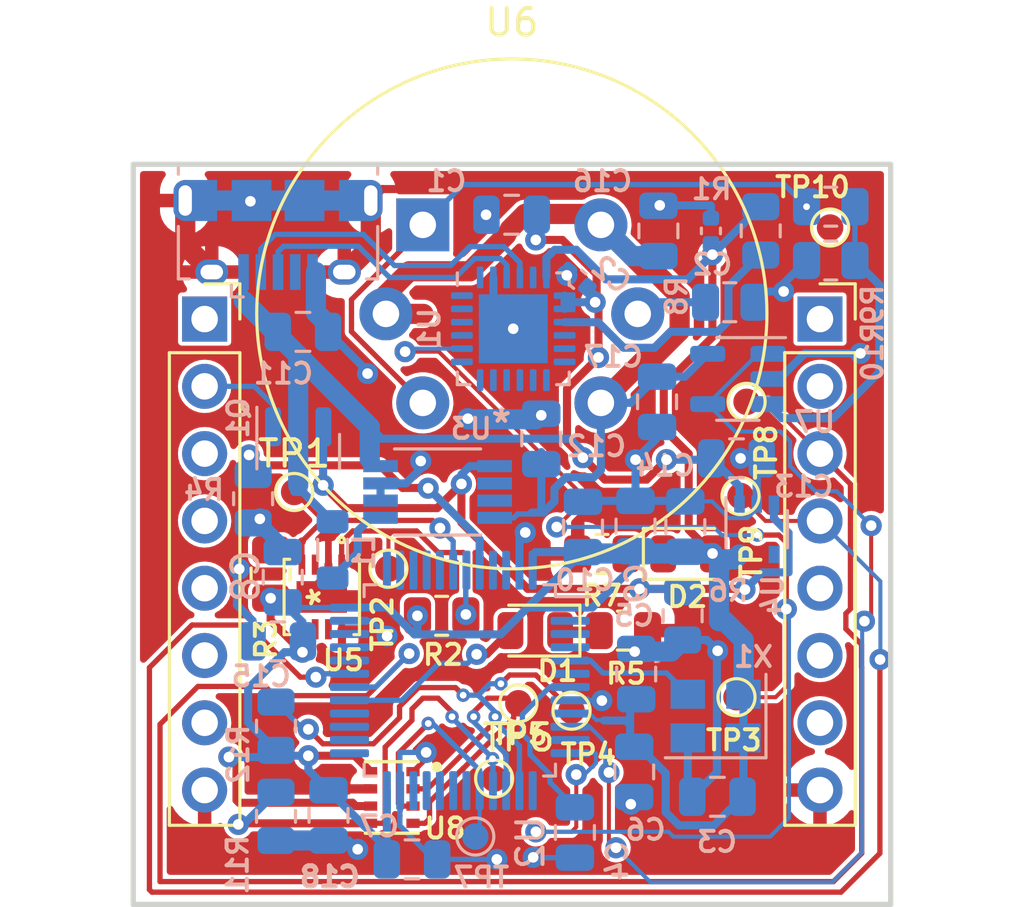
<source format=kicad_pcb>
(kicad_pcb (version 20211014) (generator pcbnew)
  (layers (0 "F.Cu" signal) (31 "B.Cu" signal) (34 "B.Paste" user) (35 "F.Paste" user) (36 "B.SilkS" user "B.Silkscreen") (37 "F.SilkS" user "F.Silkscreen") (38 "B.Mask" user) (39 "F.Mask" user) (44 "Edge.Cuts" user))
  (net 0 "")
  (net 1 "VBUS")
  (net 2 "GND")
  (net 3 "+3V3")
  (net 4 "Net-(C4-Pad1)")
  (net 5 "+5V")
  (net 6 "Net-(D1-Pad1)")
  (net 7 "Net-(D1-Pad2)")
  (net 8 "/RST")
  (net 9 "/INT")
  (net 10 "/Power_sheet/D-")
  (net 11 "/Power_sheet/D+")
  (net 13 "Net-(L1-Pad1)")
  (net 14 "Net-(R1-Pad2)")
  (net 15 "/SDA")
  (net 16 "/SCL")
  (net 17 "Net-(R4-Pad1)")
  (net 18 "/SPI1_MISO")
  (net 19 "/SPI1_NSS")
  (net 20 "/ADC1_IN0")
  (net 33 "/USART2_TX")
  (net 40 "Net-(U2-Pad5)")
  (net 43 "/SPI1_SCK")
  (net 44 "/SPI1_MOSI")
  (net 54 "/USART1_TX")
  (net 55 "/USART1_RX")
  (net 58 "/SWDIO")
  (net 59 "/SWCLK")
  (net 71 "Net-(Q1-Pad2)")
  (net 72 "Net-(R9-Pad1)")
  (net 73 "Net-(R10-Pad1)")
  (net 75 "Net-(D2-Pad1)")
  (net 76 "Net-(R8-Pad1)")
  (net 87 "unconnected-(U1-Pad21)")
  (net 88 "unconnected-(U2-Pad13)")
  (footprint "TestPoint:TestPoint_Pad_D1.0mm" (layer "F.Cu") (at 150.1648 79.1972)
    (fp_text reference "TP9")
    (fp_text value "TestPoint")
  )
  (footprint "TestPoint:TestPoint_Pad_D1.0mm" (layer "F.Cu") (at 140.8684 89.8652)
    (fp_text reference "TP6")
    (fp_text value "TestPoint")
  )
  (footprint "TestPoint:TestPoint_Pad_D1.0mm" (layer "F.Cu") (at 150.3934 75.6412)
    (fp_text reference "TP8")
    (fp_text value "TestPoint")
  )
  (footprint "LED_SMD:LED_0805_2012Metric" (layer "F.Cu") (at 148.1836 81.3816)
    (fp_text reference "D2")
    (fp_text value "LED_RED")
  )
  (footprint "Connector_PinSocket_2.54mm:PinSocket_1x08_P2.54mm_Vertical" (layer "F.Cu") (at 129.946 72.517)
    (fp_text reference "J1" hide)
    (fp_text value "Conn_01x08_Female")
  )
  (footprint "TestPoint:TestPoint_Pad_D1.0mm" (layer "F.Cu") (at 136.8806 81.9404)
    (fp_text reference "TP2")
    (fp_text value "TestPoint")
  )
  (footprint "BMP280:XDCR_BMP280" (layer "F.Cu") (at 137.0076 90.5764)
    (fp_text reference "U8")
    (fp_text value "BMP280")
  )
  (footprint "TestPoint:TestPoint_Pad_D1.0mm" (layer "F.Cu") (at 133.3246 79.0448)
    (fp_text reference "TP1")
    (fp_text value "TestPoint")
  )
  (footprint "Resistor_SMD:R_0805_2012Metric" (layer "F.Cu") (at 144.9343 81.3816 180)
    (fp_text reference "R7")
    (fp_text value "1k")
  )
  (footprint "STS30-DIS:STS30-DIS" (layer "F.Cu") (at 134.366 83.0072 -90)
    (fp_text reference "U5")
    (fp_text value "STS30-DIS" hide)
  )
  (footprint "Resistor_SMD:R_0805_2012Metric" (layer "F.Cu") (at 138.8891 83.7184)
    (fp_text reference "R2")
    (fp_text value "10k")
  )
  (footprint "Resistor_SMD:R_0805_2012Metric" (layer "F.Cu") (at 145.7452 84.2772)
    (fp_text reference "R5")
    (fp_text value "1k")
  )
  (footprint "TestPoint:TestPoint_Pad_D1.0mm" (layer "F.Cu") (at 143.7894 87.2998)
    (fp_text reference "TP4")
    (fp_text value "TestPoint")
  )
  (footprint "Connector_PinSocket_2.54mm:PinSocket_1x08_P2.54mm_Vertical" (layer "F.Cu") (at 153.162 72.517)
    (fp_text reference "J2" hide)
    (fp_text value "Conn_01x08_Female")
  )
  (footprint "TestPoint:TestPoint_Pad_D1.0mm" (layer "F.Cu") (at 153.543 69.0626)
    (fp_text reference "TP10")
    (fp_text value "TestPoint" hide)
  )
  (footprint "TestPoint:TestPoint_Pad_D1.0mm" (layer "F.Cu") (at 141.7828 87.0204)
    (fp_text reference "TP5")
    (fp_text value "TestPoint")
  )
  (footprint "Resistor_SMD:R_0805_2012Metric" (layer "F.Cu") (at 132.4356 82.1417 90)
    (fp_text reference "R3")
    (fp_text value "10k")
  )
  (footprint "Sensor:MQ-6" (layer "F.Cu") (at 138.176 68.961)
    (fp_text reference "U6")
    (fp_text value "MQ-6")
  )
  (footprint "LED_SMD:LED_0805_2012Metric" (layer "F.Cu") (at 142.4201 84.2772 180)
    (fp_text reference "D1")
    (fp_text value "LED_GREEN")
  )
  (footprint "TestPoint:TestPoint_Pad_D1.0mm" (layer "F.Cu") (at 150.0124 86.7918)
    (fp_text reference "TP3")
    (fp_text value "TestPoint")
  )
  (footprint "Capacitor_SMD:C_0805_2012Metric" (layer "B.Cu") (at 142.6464 77.0408 90)
    (fp_text reference "C12")
    (fp_text value "10u")
  )
  (footprint "Capacitor_SMD:C_0805_2012Metric" (layer "B.Cu") (at 137.7696 92.9132)
    (fp_text reference "C7")
    (fp_text value "100n")
  )
  (footprint "Package_TO_SOT_SMD:SOT-353_SC-70-5" (layer "B.Cu") (at 150.7744 80.452 -90)
    (fp_text reference "U4")
    (fp_text value "MIC5366-3.3YC5")
  )
  (footprint "Capacitor_SMD:C_0402_1005Metric" (layer "B.Cu") (at 144.018 71.014662 140)
    (fp_text reference "C2")
    (fp_text value "0.1u")
  )
  (footprint "Capacitor_SMD:C_0805_2012Metric" (layer "B.Cu") (at 144.2212 80.3656 90)
    (fp_text reference "C10")
    (fp_text value "4.7u")
  )
  (footprint "Resistor_SMD:R_0805_2012Metric" (layer "B.Cu") (at 153.5684 68.2752)
    (fp_text reference "R9")
    (fp_text value "2k")
  )
  (footprint "Capacitor_SMD:C_0805_2012Metric" (layer "B.Cu") (at 150.0124 77.7748)
    (fp_text reference "C13")
    (fp_text value "1u")
  )
  (footprint "Capacitor_SMD:C_0805_2012Metric" (layer "B.Cu") (at 146.1516 89.6112 -90)
    (fp_text reference "C6")
    (fp_text value "10n")
  )
  (footprint "Package_DFN_QFN:QFN-24-1EP_4x4mm_P0.5mm_EP2.6x2.6mm" (layer "B.Cu") (at 141.59 72.883 -90)
    (fp_text reference "U1")
    (fp_text value "~")
  )
  (footprint "Oscillator:Oscillator_SMD_Abracon_ASE-4Pin_3.2x2.5mm" (layer "B.Cu") (at 149.225 87.503 180)
    (fp_text reference "X1")
    (fp_text value "ASE-8MHz")
  )
  (footprint "Resistor_SMD:R_0805_2012Metric" (layer "B.Cu") (at 132.6388 91.2876 -90)
    (fp_text reference "R11")
    (fp_text value "10k")
  )
  (footprint "Resistor_SMD:R_0805_2012Metric" (layer "B.Cu") (at 132.6388 87.8859 90)
    (fp_text reference "R12")
    (fp_text value "10k")
  )
  (footprint "TestPoint:TestPoint_Pad_D1.0mm" (layer "B.Cu") (at 140.1572 92.0496 180)
    (fp_text reference "TP7")
    (fp_text value "TestPoint")
  )
  (footprint "Package_QFP:LQFP-48_7x7mm_P0.5mm" (layer "B.Cu") (at 139.573 86.1568 180)
    (fp_text reference "U2")
    (fp_text value "STM32F103C8Tx")
  )
  (footprint "Capacitor_SMD:C_0805_2012Metric" (layer "B.Cu") (at 134.62 91.252 -90)
    (fp_text reference "C18")
    (fp_text value "100n")
  )
  (footprint "Resistor_SMD:R_0805_2012Metric" (layer "B.Cu") (at 147.9804 83.7184 -90)
    (fp_text reference "R6")
    (fp_text value "10k")
  )
  (footprint "Capacitor_SMD:C_0402_1005Metric" (layer "B.Cu") (at 149.0472 69.1896 -90)
    (fp_text reference "C2")
    (fp_text value "0.1u")
  )
  (footprint "Capacitor_SMD:C_0805_2012Metric" (layer "B.Cu") (at 132.8928 82.2604 90)
    (fp_text reference "C8")
    (fp_text value "100n")
  )
  (footprint "Capacitor_SMD:C_0805_2012Metric" (layer "B.Cu") (at 143.9164 91.8972 -90)
    (fp_text reference "C4")
    (fp_text value "0.1u")
  )
  (footprint "Capacitor_SMD:C_0805_2012Metric" (layer "B.Cu") (at 149.291 90.551 180)
    (fp_text reference "C3")
    (fp_text value "18p")
  )
  (footprint "Capacitor_SMD:C_0805_2012Metric" (layer "B.Cu") (at 147.0152 75.6412 -90)
    (fp_text reference "C17")
    (fp_text value "100n")
  )
  (footprint "Resistor_SMD:R_0805_2012Metric" (layer "B.Cu") (at 153.5684 70.3072 180)
    (fp_text reference "R10")
    (fp_text value "3k")
  )
  (footprint "Capacitor_SMD:C_0805_2012Metric" (layer "B.Cu") (at 146.2278 85.918 90)
    (fp_text reference "C5")
    (fp_text value "1u")
  )
  (footprint "Capacitor_SMD:C_0805_2012Metric" (layer "B.Cu") (at 132.7048 84.6836 180)
    (fp_text reference "C15")
    (fp_text value "100n")
  )
  (footprint "Inductor_SMD:L_0805_2012Metric" (layer "B.Cu") (at 134.7724 81.2292 90)
    (fp_text reference "L1")
    (fp_text value "4.7u")
  )
  (footprint "Resistor_SMD:R_0805_2012Metric" (layer "B.Cu") (at 149.7584 71.882)
    (fp_text reference "R8")
    (fp_text value "10k")
  )
  (footprint "Capacitor_SMD:C_0805_2012Metric" (layer "B.Cu") (at 146.2024 80.33 90)
    (fp_text reference "C9")
    (fp_text value "100n")
  )
  (footprint "Connector_USB:USB_Micro-B_Amphenol_10118194_Horizontal" (layer "B.Cu") (at 132.715 69.342)
    (fp_text reference "J3" hide)
    (fp_text value "USB_B_Micro")
  )
  (footprint "Resistor_SMD:R_0805_2012Metric" (layer "B.Cu") (at 131.7752 79.2988 -90)
    (fp_text reference "R4")
    (fp_text value "10k")
  )
  (footprint "Capacitor_SMD:C_0805_2012Metric" (layer "B.Cu") (at 148.082 80.3504 90)
    (fp_text reference "C14")
    (fp_text value "1u")
  )
  (footprint "MCP1642:MCP1642B-50I&slash_MS" (layer "B.Cu") (at 138.7348 79.0448 180)
    (fp_text reference "U3")
    (fp_text value "MCP1642B-50I/MS" hide)
  )
  (footprint "Capacitor_SMD:C_0805_2012Metric" (layer "B.Cu") (at 141.5288 68.58 180)
    (fp_text reference "C1")
    (fp_text value "1u")
  )
  (footprint "Package_TO_SOT_SMD:SOT-23-5" (layer "B.Cu") (at 150.0632 74.7776 180)
    (fp_text reference "U7")
    (fp_text value "LMV7219M5")
  )
  (footprint "Package_TO_SOT_SMD:SOT-23" (layer "B.Cu") (at 133.477 77.5208 -90)
    (fp_text reference "Q1")
    (fp_text value "2N7002")
  )
  (footprint "Capacitor_SMD:C_0805_2012Metric" (layer "B.Cu") (at 147.066 69.1896 90)
    (fp_text reference "C16")
    (fp_text value "100n")
  )
  (footprint "Resistor_SMD:R_0805_2012Metric" (layer "B.Cu") (at 150.9268 69.1877 -90)
    (fp_text reference "R1")
    (fp_text value "4.7k")
  )
  (footprint "Capacitor_SMD:C_0805_2012Metric" (layer "B.Cu") (at 133.6548 72.9996)
    (fp_text reference "C11")
    (fp_text value "10u")
  )
  (gr_line (start 127.254 94.615) (end 127.254 66.675) (layer "Edge.Cuts") (width 0.2))
  (gr_line (start 155.829 66.675) (end 155.829 94.615) (layer "Edge.Cuts") (width 0.2))
  (gr_line (start 155.829 94.615) (end 127.254 94.615) (layer "Edge.Cuts") (width 0.2))
  (gr_line (start 127.254 66.675) (end 155.829 66.675) (layer "Edge.Cuts") (width 0.2))
  (segment (start 146.618889 78.577511) (end 147.3708 77.8256) (width 0.3048) (layer "F.Cu") (net 1))
  (segment (start 144.2171 77.7494) (end 145.045211 78.577511) (width 0.3048) (layer "F.Cu") (net 1))
  (segment (start 143.443148 69.529148) (end 144.734911 70.820911) (width 0.3048) (layer "F.Cu") (net 1))
  (segment (start 144.8054 73.9648) (end 144.803546 73.9648) (width 0.3048) (layer "F.Cu") (net 1))
  (segment (start 144.734911 70.820911) (end 144.734911 71.825489) (width 0.3048) (layer "F.Cu") (net 1))
  (segment (start 143.617089 75.151257) (end 143.617089 77.149389) (width 0.3048) (layer "F.Cu") (net 1))
  (segment (start 142.440475 69.529148) (end 143.443148 69.529148) (width 0.3048) (layer "F.Cu") (net 1))
  (segment (start 144.734911 71.825489) (end 144.6784 71.882) (width 0.3048) (layer "F.Cu") (net 1))
  (segment (start 144.8054 72.009) (end 144.6784 71.882) (width 0.3048) (layer "F.Cu") (net 1))
  (segment (start 143.617089 77.149389) (end 144.2171 77.7494) (width 0.3048) (layer "F.Cu") (net 1))
  (segment (start 145.045211 78.577511) (end 146.618889 78.577511) (width 0.3048) (layer "F.Cu") (net 1))
  (segment (start 144.8054 73.9648) (end 144.8054 72.009) (width 0.3048) (layer "F.Cu") (net 1))
  (segment (start 144.803546 73.9648) (end 143.617089 75.151257) (width 0.3048) (layer "F.Cu") (net 1))
  (via (at 147.3708 77.8256) (size 0.8) (drill 0.4) (layers "F.Cu" "B.Cu") (net 1))
  (via (at 142.440475 69.529148) (size 0.8) (drill 0.4) (layers "F.Cu" "B.Cu") (net 1))
  (via (at 144.2171 77.7494) (size 0.8) (drill 0.4) (layers "F.Cu" "B.Cu") (net 1))
  (via (at 144.8054 73.9648) (size 0.8) (drill 0.4) (layers "F.Cu" "B.Cu") (net 1))
  (via (at 144.6784 71.882) (size 0.8) (drill 0.4) (layers "F.Cu" "B.Cu") (net 1))
  (segment (start 131.415 71.8266) (end 131.4196 71.8312) (width 0.3048) (layer "B.Cu") (net 1))
  (segment (start 133.477 78.8713) (end 134.7724 80.1667) (width 0.3048) (layer "B.Cu") (net 1))
  (segment (start 133.477 78.4583) (end 133.477 78.8713) (width 0.3048) (layer "B.Cu") (net 1))
  (segment (start 144.6784 71.882) (end 144.6784 71.615899) (width 0.3048) (layer "B.Cu") (net 1))
  (segment (start 131.415 70.742) (end 131.415 71.8266) (width 0.3048) (layer "B.Cu") (net 1))
  (segment (start 143.5275 71.633) (end 143.5275 71.8995) (width 0.3048) (layer "B.Cu") (net 1))
  (segment (start 144.6784 71.882) (end 143.545 71.882) (width 0.3048) (layer "B.Cu") (net 1))
  (segment (start 149.1084 77.8208) (end 149.0624 77.7748) (width 0.3048) (layer "B.Cu") (net 1))
  (segment (start 133.477 73.8886) (end 131.4196 71.8312) (width 0.762) (layer "B.Cu") (net 1))
  (segment (start 143.733311 77.032911) (end 136.621311 77.032911) (width 0.3048) (layer "B.Cu") (net 1))
  (segment (start 144.2171 77.5167) (end 143.733311 77.032911) (width 0.3048) (layer "B.Cu") (net 1))
  (segment (start 136.176301 76.587901) (end 136.176301 77.809088) (width 0.762) (layer "B.Cu") (net 1))
  (segment (start 143.5275 71.8995) (end 143.5275 72.133) (width 0.3048) (layer "B.Cu") (net 1))
  (segment (start 133.477 73.8886) (end 136.176301 76.587901) (width 0.762) (layer "B.Cu") (net 1))
  (segment (start 144.6784 71.615899) (end 144.385701 71.3232) (width 0.3048) (layer "B.Cu") (net 1))
  (segment (start 142.440475 68.618325) (end 142.4788 68.58) (width 0.3048) (layer "B.Cu") (net 1))
  (segment (start 142.440475 69.529148) (end 142.440475 68.618325) (width 0.3048) (layer "B.Cu") (net 1))
  (segment (start 149.0116 77.8256) (end 149.0624 77.7748) (width 0.3048) (layer "B.Cu") (net 1))
  (segment (start 150.1244 79.502) (end 150.1244 78.8368) (width 0.3048) (layer "B.Cu") (net 1))
  (segment (start 147.3708 77.8256) (end 149.0116 77.8256) (width 0.3048) (layer "B.Cu") (net 1))
  (segment (start 143.545 71.882) (end 143.5275 71.8995) (width 0.3048) (layer "B.Cu") (net 1))
  (segment (start 144.2171 77.7494) (end 144.2171 77.5167) (width 0.3048) (layer "B.Cu") (net 1))
  (segment (start 136.621311 77.032911) (end 136.176301 76.587901) (width 0.3048) (layer "B.Cu") (net 1))
  (segment (start 150.1244 78.8368) (end 149.0624 77.7748) (width 0.3048) (layer "B.Cu") (net 1))
  (segment (start 133.477 78.7885) (end 133.477 73.8886) (width 0.762) (layer "B.Cu") (net 1))
  (segment (start 136.2456 69.7484) (end 136.215 69.7178) (width 0.762) (layer "F.Cu") (net 2))
  (segment (start 134.616 82.7572) (end 134.366 83.0072) (width 0.3048) (layer "F.Cu") (net 2))
  (segment (start 139.592689 67.609089) (end 136.647911 67.609089) (width 0.3048) (layer "F.Cu") (net 2))
  (segment (start 134.616 81.788) (end 134.616 82.7572) (width 0.3048) (layer "F.Cu") (net 2))
  (segment (start 135.215 70.742) (end 135.252 70.742) (width 0.762) (layer "F.Cu") (net 2))
  (segment (start 135.252 70.742) (end 136.2456 69.7484) (width 0.762) (layer "F.Cu") (net 2))
  (segment (start 135.128 84.2772) (end 135.128 85.2424) (width 0.3048) (layer "F.Cu") (net 2))
  (segment (start 140.5636 68.58) (end 139.592689 67.609089) (width 0.3048) (layer "F.Cu") (net 2))
  (segment (start 129.215 69.742) (end 130.215 70.742) (width 0.762) (layer "F.Cu") (net 2))
  (segment (start 129.215 68.042) (end 129.215 69.742) (width 0.762) (layer "F.Cu") (net 2))
  (segment (start 135.116001 84.265201) (end 135.128 84.2772) (width 0.3048) (layer "F.Cu") (net 2))
  (segment (start 138.303 89.106) (end 137.8076 89.6014) (width 0.2) (layer "F.Cu") (net 2))
  (segment (start 136.647911 67.609089) (end 136.215 68.042) (width 0.3048) (layer "F.Cu") (net 2))
  (segment (start 136.215 69.7178) (end 136.215 68.042) (width 0.762) (layer "F.Cu") (net 2))
  (segment (start 135.116001 84.2264) (end 135.116001 84.265201) (width 0.3048) (layer "F.Cu") (net 2))
  (segment (start 138.303 88.8746) (end 138.303 89.106) (width 0.2) (layer "F.Cu") (net 2))
  (segment (start 135.116001 84.2264) (end 135.89 84.2264) (width 0.3048) (layer "F.Cu") (net 2))
  (via (at 150.1648 77.7748) (size 0.8) (drill 0.4) (layers "F.Cu" "B.Cu") (net 2))
  (via (at 141.59 72.883) (size 0.8) (drill 0.4) (layers "F.Cu" "B.Cu") (net 2))
  (via (at 154.686 73.8124) (size 0.8) (drill 0.4) (layers "F.Cu" "B.Cu") (net 2))
  (via (at 135.7201 92.5322) (size 0.8) (drill 0.4) (layers "F.Cu" "B.Cu") (net 2))
  (via (at 132.0292 80.0608) (size 0.8) (drill 0.4) (layers "F.Cu" "B.Cu") (net 2))
  (via (at 131.253428 81.950843) (size 0.8) (drill 0.4) (layers "F.Cu" "B.Cu") (net 2))
  (via (at 138.303 88.8746) (size 0.8) (drill 0.4) (layers "F.Cu" "B.Cu") (net 2))
  (via (at 144.9324 86.9188) (size 0.8) (drill 0.4) (layers "F.Cu" "B.Cu") (net 2))
  (via (at 142.044092 80.573507) (size 0.8) (drill 0.4) (layers "F.Cu" "B.Cu") (net 2))
  (via (at 149.3012 85.0392) (size 0.8) (drill 0.4) (layers "F.Cu" "B.Cu") (net 2))
  (via (at 146.2024 77.8256) (size 0.8) (drill 0.4) (layers "F.Cu" "B.Cu") (net 2))
  (via (at 146.172 85.0696) (size 0.8) (drill 0.4) (layers "F.Cu" "B.Cu") (net 2))
  (via (at 151.7904 71.4756) (size 0.8) (drill 0.4) (layers "F.Cu" "B.Cu") (net 2))
  (via (at 136.0932 74.5744) (size 0.8) (drill 0.4) (layers "F.Cu" "B.Cu") (net 2))
  (via (at 136.8298 84.4804) (size 0.8) (drill 0.4) (layers "F.Cu" "B.Cu") (net 2))
  (via (at 138.0998 77.8764) (size 0.8) (drill 0.4) (layers "F.Cu" "B.Cu") (net 2))
  (via (at 143.6116 70.866) (size 0.8) (drill 0.4) (layers "F.Cu" "B.Cu") (net 2))
  (via (at 140.97 92.9132) (size 0.8) (drill 0.4) (layers "F.Cu" "B.Cu") (net 2))
  (via (at 147.1168 68.2244) (size 0.8) (drill 0.4) (layers "F.Cu" "B.Cu") (net 2))
  (via (at 140.5636 68.58) (size 0.8) (drill 0.4) (layers "F.Cu" "B.Cu") (net 2))
  (via (at 142.6464 76.1492) (size 0.8) (drill 0.4) (layers "F.Cu" "B.Cu") (net 2))
  (via (at 146.0246 90.8304) (size 0.8) (drill 0.4) (layers "F.Cu" "B.Cu") (net 2))
  (via (at 142.3416 92.837) (size 0.8) (drill 0.4) (layers "F.Cu" "B.Cu") (net 2))
  (via (at 139.8778 76.2762) (size 0.8) (drill 0.4) (layers "F.Cu" "B.Cu") (net 2))
  (via (at 131.6736 68.072) (size 0.8) (drill 0.4) (layers "F.Cu" "B.Cu") (net 2))
  (segment (start 154.686 73.8124) (end 152.588222 73.8124) (width 0.3048) (layer "B.Cu") (net 2))
  (segment (start 147.9804 84.6309) (end 148.8929 84.6309) (width 0.3048) (layer "B.Cu") (net 2))
  (segment (start 149.032 68.2244) (end 149.0472 68.2396) (width 0.3048) (layer "B.Cu") (net 2))
  (segment (start 142.3416 92.837) (end 142.3518 92.8472) (width 0.2) (layer "B.Cu") (net 2))
  (segment (start 151.7904 71.4756) (end 151.0773 71.4756) (width 0.3048) (layer "B.Cu") (net 2))
  (segment (start 149.092378 79.4004) (end 149.721689 80.029711) (width 0.1524) (layer "B.Cu") (net 2))
  (segment (start 137.3124 91.6432) (end 138.5824 92.9132) (width 0.2) (layer "B.Cu") (net 2))
  (segment (start 148.082 79.4004) (end 149.092378 79.4004) (width 0.1524) (layer "B.Cu") (net 2))
  (segment (start 149.273089 89.618911) (end 148.341 90.551) (width 0.3048) (layer "B.Cu") (net 2))
  (segment (start 148.175 90.385) (end 148.341 90.551) (width 0.3048) (layer "B.Cu") (net 2))
  (segment (start 146.172 85.0696) (end 147.5417 85.0696) (width 0.762) (layer "B.Cu") (net 2))
  (segment (start 132.08 80.4976) (end 132.8928 81.3104) (width 0.3048) (layer "B.Cu") (net 2))
  (segment (start 140.97 92.9132) (end 138.7196 92.9132) (width 0.2) (layer "B.Cu") (net 2))
  (segment (start 136.582701 79.369801) (end 136.582701 78.719799) (width 0.3048) (layer "B.Cu") (net 2))
  (segment (start 140.84 70.9455) (end 140.84 72.133) (width 0.3048) (layer "B.Cu") (net 2))
  (segment (start 134.7216 72.8472) (end 134.145511 72.271111) (width 0.762) (layer "B.Cu") (net 2))
  (segment (start 140.84 72.133) (end 141.59 72.883) (width 0.3048) (layer "B.Cu") (net 2))
  (segment (start 134.6181 92.2001) (end 134.62 92.202) (width 0.762) (layer "B.Cu") (net 2))
  (segment (start 146.2024 79.38) (end 144.2568 79.38) (width 0.3048) (layer "B.Cu") (net 2))
  (segment (start 132.6388 92.2001) (end 134.6181 92.2001) (width 0.762) (layer "B.Cu") (net 2))
  (segment (start 148.175 88.328) (end 148.175 90.385) (width 0.3048) (layer "B.Cu") (net 2))
  (segment (start 135.4105 83.9068) (end 136.2562 83.9068) (width 0.2) (layer "B.Cu") (net 2))
  (segment (start 137.3378 88.8746) (end 138.303 88.8746) (width 0.2) (layer "B.Cu") (net 2))
  (segment (start 149.3012 85.0392) (end 149.273089 85.067311) (width 0.3048) (layer "B.Cu") (net 2))
  (segment (start 131.1656 83.312) (end 131.1656 82.038671) (width 0.3048) (layer "B.Cu") (net 2))
  (segment (start 137.323 90.3193) (end 137.323 91.086451) (width 0.2) (layer "B.Cu") (net 2))
  (segment (start 132.8928 80.9244) (end 132.8928 81.3104) (width 0.3048) (layer "B.Cu") (net 2))
  (segment (start 150.7744 79.502) (end 150.7744 77.9628) (width 0.3048) (layer "B.Cu") (net 2))
  (segment (start 137.3124 88.9) (end 137.3378 88.8746) (width 0.2) (layer "B.Cu") (net 2))
  (segment (start 149.0472 68.7096) (end 149.0472 68.2396) (width 0.3048) (layer "B.Cu") (net 2))
  (segment (start 132.0292 80.0608) (end 132.8928 80.9244) (width 0.3048) (layer "B.Cu") (net 2))
  (segment (start 150.7744 77.9628) (end 150.9624 77.7748) (width 0.3048) (layer "B.Cu") (net 2))
  (segment (start 149.721689 80.029711) (end 150.424489 80.029711) (width 0.1524) (layer "B.Cu") (net 2))
  (segment (start 144.9324 86.9188) (end 143.7475 86.9188) (width 0.2) (layer "B.Cu") (net 2))
  (segment (start 148.0616 79.38) (end 148.082 79.4004) (width 0.3048) (layer "B.Cu") (net 2))
  (segment (start 150.424489 80.029711) (end 150.7744 79.6798) (width 0.1524) (layer "B.Cu") (net 2))
  (segment (start 132.08 80.0608) (end 132.08 80.4976) (width 0.3048) (layer "B.Cu") (net 2))
  (segment (start 136.0932 74.5744) (end 136.0932 74.488) (width 0.3048) (layer "B.Cu") (net 2))
  (segment (start 141.82492 80.792679) (end 141.82492 81.2292) (width 0.3048) (layer "B.Cu") (net 2))
  (segment (start 137.3124 91.097051) (end 137.3124 91.6432) (width 0.2) (layer "B.Cu") (net 2))
  (segment (start 131.7548 84.6836) (end 131.7548 83.9012) (width 0.3048) (layer "B.Cu") (net 2))
  (segment (start 142.3518 92.8472) (end 143.9164 92.8472) (width 0.2) (layer "B.Cu") (net 2))
  (segment (start 137.541001 78.719799) (end 136.582701 78.719799) (width 0.3048) (layer "B.Cu") (net 2))
  (segment (start 135.7201 92.5322) (end 135.3899 92.202) (width 0.3048) (layer "B.Cu") (net 2))
  (segment (start 146.9644 76.2356) (end 146.9644 77.0636) (width 0.3048) (layer "B.Cu") (net 2))
  (segment (start 142.044092 80.573507) (end 141.82492 80.792679) (width 0.3048) (layer "B.Cu") (net 2))
  (segment (start 137.3124 90.3087) (end 137.3124 88.9) (width 0.2) (layer "B.Cu") (net 2))
  (segment (start 151.7904 71.1727) (end 152.6559 70.3072) (width 0.3048) (layer "B.Cu") (net 2))
  (segment (start 143.7475 86.9188) (end 143.7355 86.9068) (width 0.2) (layer "B.Cu") (net 2))
  (segment (start 151.623022 74.7776) (end 151.2007 74.7776) (width 0.3048) (layer "B.Cu") (net 2))
  (segment (start 145.9992 90.805) (end 145.9992 90.5612) (width 0.3048) (layer "B.Cu") (net 2))
  (segment (start 134.145511 72.271111) (end 134.145511 70.742) (width 0.762) (layer "B.Cu") (net 2))
  (segment (start 146.2024 79.38) (end 148.0616 79.38) (width 0.3048) (layer "B.Cu") (net 2))
  (segment (start 147.5417 85.0696) (end 147.9804 84.6309) (width 0.762) (layer "B.Cu") (net 2))
  (segment (start 149.273089 85.067311) (end 149.273089 89.618911) (width 0.3048) (layer "B.Cu") (net 2))
  (segment (start 138.5824 92.9132) (end 138.7196 92.9132) (width 0.2) (layer "B.Cu") (net 2))
  (segment (start 150.7744 78.435727) (end 150.7744 79.502) (width 0.3048) (layer "B.Cu") (net 2))
  (segment (start 150.1648 77.7748) (end 150.9624 77.7748) (width 0.3048) (layer "B.Cu") (net 2))
  (segment (start 138.0998 78.161) (end 137.541001 78.719799) (width 0.3048) (layer "B.Cu") (net 2))
  (segment (start 144.2568 79.38) (end 144.2212 79.4156) (width 0.3048) (layer "B.Cu") (net 2))
  (segment (start 138.0998 77.8764) (end 138.0998 78.161) (width 0.3048) (layer "B.Cu") (net 2))
  (segment (start 142.437209 76.299991) (end 139.870756 76.299991) (width 0.762) (layer "B.Cu") (net 2))
  (segment (start 131.7548 83.9012) (end 131.1656 83.312) (width 0.3048) (layer "B.Cu") (net 2))
  (segment (start 151.0773 71.4756) (end 150.6709 71.882) (width 0.3048) (layer "B.Cu") (net 2))
  (segment (start 146.9644 77.0636) (end 146.2024 77.8256) (width 0.3048) (layer "B.Cu") (net 2))
  (segment (start 146.0246 90.8304) (end 145.9992 90.805) (width 0.3048) (layer "B.Cu") (net 2))
  (segment (start 137.323 91.086451) (end 137.3124 91.097051) (width 0.2) (layer "B.Cu") (net 2))
  (segment (start 151.7904 71.4756) (end 151.7904 71.1727) (width 0.3048) (layer "B.Cu") (net 2))
  (segment (start 150.789041 78.421086) (end 150.7744 78.435727) (width 0.3048) (layer "B.Cu") (net 2))
  (segment (start 136.2562 83.9068) (end 136.8298 84.4804) (width 0.2) (layer "B.Cu") (net 2))
  (segment (start 150.7744 79.6798) (end 150.7744 79.502) (width 0.1524) (layer "B.Cu") (net 2))
  (segment (start 142.6464 76.0908) (end 142.437209 76.299991) (width 0.762) (layer "B.Cu") (net 2))
  (segment (start 152.588222 73.8124) (end 151.623022 74.7776) (width 0.3048) (layer "B.Cu") (net 2))
  (segment (start 129.815 68.042) (end 135.615 68.042) (width 0.762) (layer "B.Cu") (net 2))
  (segment (start 147.1168 68.2244) (end 149.032 68.2244) (width 0.3048) (layer "B.Cu") (net 2))
  (segment (start 131.1656 82.038671) (end 131.253428 81.950843) (width 0.3048) (layer "B.Cu") (net 2))
  (segment (start 145.9992 85.0696) (end 146.172 85.0696) (width 0.762) (layer "B.Cu") (net 2))
  (segment (start 137.323 90.3193) (end 137.3124 90.3087) (width 0.2) (layer "B.Cu") (net 2))
  (segment (start 148.8929 84.6309) (end 149.3012 85.0392) (width 0.3048) (layer "B.Cu") (net 2))
  (segment (start 136.0932 74.488) (end 134.6048 72.9996) (width 0.3048) (layer "B.Cu") (net 2))
  (segment (start 146.2024 77.8256) (end 146.2024 79.38) (width 0.3048) (layer "B.Cu") (net 2))
  (segment (start 135.3899 92.202) (end 134.62 92.202) (width 0.3048) (layer "B.Cu") (net 2))
  (segment (start 135.52732 90.77592) (end 135.6528 90.9014) (width 0.3048) (layer "F.Cu") (net 3))
  (segment (start 132.4356 83.891297) (end 132.4356 83.0542) (width 0.3048) (layer "F.Cu") (net 3))
  (segment (start 149.1031 70.0837) (end 149.1031 73.1977) (width 0.3048) (layer "F.Cu") (net 3))
  (segment (start 148.209 80.4695) (end 149.1211 81.3816) (width 0.3048) (layer "F.Cu") (net 3))
  (segment (start 149.1031 73.1977) (end 147.2692 75.0316) (width 0.3048) (layer "F.Cu") (net 3))
  (segment (start 135.6078 89.0016) (end 136.2076 89.6014) (width 0.3048) (layer "F.Cu") (net 3))
  (segment (start 131.147911 89.339511) (end 131.147911 90.678) (width 0.3048) (layer "F.Cu") (net 3))
  (segment (start 130.8608 89.0524) (end 131.147911 89.339511) (width 0.3048) (layer "F.Cu") (net 3))
  (segment (start 133.615999 85.071696) (end 133.615999 84.2264) (width 0.3048) (layer "F.Cu") (net 3))
  (segment (start 147.2692 76.660636) (end 148.209 77.600436) (width 0.3048) (layer "F.Cu") (net 3))
  (segment (start 131.245831 90.77592) (end 135.52732 90.77592) (width 0.3048) (layer "F.Cu") (net 3))
  (segment (start 131.147911 90.678) (end 131.245831 90.77592) (width 0.3048) (layer "F.Cu") (net 3))
  (segment (start 147.2692 75.0316) (end 147.2692 76.660636) (width 0.3048) (layer "F.Cu") (net 3))
  (segment (start 148.209 77.600436) (end 148.209 80.4695) (width 0.3048) (layer "F.Cu") (net 3))
  (segment (start 133.858 89.0016) (end 135.6078 89.0016) (width 0.3048) (layer "F.Cu") (net 3))
  (segment (start 133.636942 85.092639) (end 133.615999 85.071696) (width 0.3048) (layer "F.Cu") (net 3))
  (segment (start 135.6528 90.9014) (end 136.2076 90.9014) (width 0.3048) (layer "F.Cu") (net 3))
  (segment (start 133.636942 85.092639) (end 132.4356 83.891297) (width 0.3048) (layer "F.Cu") (net 3))
  (via (at 149.1084 81.3664) (size 0.8) (drill 0.4) (layers "F.Cu" "B.Cu") (net 3))
  (via (at 130.8608 89.0524) (size 0.8) (drill 0.4) (layers "F.Cu" "B.Cu") (net 3))
  (via (at 133.858 89.0016) (size 0.8) (drill 0.4) (layers "F.Cu" "B.Cu") (net 3))
  (via (at 132.4356 83.0542) (size 0.8) (drill 0.4) (layers "F.Cu" "B.Cu") (net 3))
  (via (at 149.1031 70.0837) (size 0.8) (drill 0.4) (layers "F.Cu" "B.Cu") (net 3))
  (via (at 133.636942 85.092639) (size 0.8) (drill 0.4) (layers "F.Cu" "B.Cu") (net 3))
  (via (at 137.9728 83.7184) (size 0.8) (drill 0.4) (layers "F.Cu" "B.Cu") (net 3))
  (segment (start 143.7355 87.4068) (end 143.80978 87.48108) (width 0.1524) (layer "B.Cu") (net 3))
  (segment (start 137.861111 84.419511) (end 136.84648 83.40488) (width 0.3048) (layer "B.Cu") (net 3))
  (segment (start 135.4105 83.4068) (end 133.0892 83.4068) (width 0.2) (layer "B.Cu") (net 3))
  (segment (start 149.9418 81.5846) (end 149.3266 81.5846) (width 0.762) (layer "B.Cu") (net 3))
  (segment (start 133.858 89.0016) (end 133.858 89.54) (width 0.3048) (layer "B.Cu") (net 3))
  (segment (start 133.858 89.0016) (end 132.842 89.0016) (width 0.3048) (layer "B.Cu") (net 3))
  (segment (start 146.2024 81.777316) (end 146.2024 81.28) (width 0.3048) (layer "B.Cu") (net 3))
  (segment (start 133.636942 83.954542) (end 132.8928 83.2104) (width 0.3048) (layer "B.Cu") (net 3))
  (segment (start 132.3848 89.0524) (end 132.6388 88.7984) (width 0.3048) (layer "B.Cu") (net 3))
  (segment (start 136.8196 92.5016) (end 136.8196 92.9132) (width 0.3048) (layer "B.Cu") (net 3))
  (segment (start 132.955818 85.092639) (end 131.58688 86.461577) (width 0.3048) (layer "B.Cu") (net 3))
  (segment (start 136.8196 92.9132) (end 136.82108 92.91172) (width 0.3048) (layer "B.Cu") (net 3))
  (segment (start 137.9728 84.307822) (end 137.861111 84.419511) (width 0.3048) (layer "B.Cu") (net 3))
  (segment (start 142.13192 83.40488) (end 144.574836 83.40488) (width 0.3048) (layer "B.Cu") (net 3))
  (segment (start 144.2212 81.3156) (end 142.428 81.3156) (width 0.3048) (layer "B.Cu") (net 3))
  (segment (start 145.9992 87.8332) (end 145.9992 86.9696) (width 0.3048) (layer "B.Cu") (net 3))
  (segment (start 145.9992 88.6612) (end 145.9992 87.8332) (width 0.3048) (layer "B.Cu") (net 3))
  (segment (start 150.275 90.517) (end 150.275 86.678) (width 0.3048) (layer "B.Cu") (net 3))
  (segment (start 149.16408 91.62792) (end 150.241 90.551) (width 0.3048) (layer "B.Cu") (net 3))
  (segment (start 145.9992 87.8332) (end 145.836711 87.670711) (width 0.3048) (layer "B.Cu") (net 3))
  (segment (start 144.2212 81.3156) (end 142.1308 83.406) (width 0.3048) (layer "B.Cu") (net 3))
  (segment (start 131.58688 87.74648) (end 132.6388 88.7984) (width 0.3048) (layer "B.Cu") (net 3))
  (segment (start 149.352 81.61) (end 149.1084 81.3664) (width 0.762) (layer "B.Cu") (net 3))
  (segment (start 148.1684 71.0184) (end 145.0848 71.0184) (width 0.3048) (layer "B.Cu") (net 3))
  (segment (start 149.3266 81.5846) (end 149.1084 81.3664) (width 0.762) (layer "B.Cu") (net 3))
  (segment (start 149.570253 83.9216) (end 150.281711 84.633058) (width 0.762) (layer "B.Cu") (net 3))
  (segment (start 146.2888 81.3664) (end 146.2024 81.28) (width 0.3048) (layer "B.Cu") (net 3))
  (segment (start 142.32492 81.41868) (end 142.32492 81.9943) (width 0.3048) (layer "B.Cu") (net 3))
  (segment (start 150.281711 84.633058) (end 150.281711 86.671289) (width 0.762) (layer "B.Cu") (net 3))
  (segment (start 150.9116 68.2752) (end 149.1031 70.0837) (width 0.3048) (layer "B.Cu") (net 3))
  (segment (start 147.3404 89.662) (end 147.3404 91.126643) (width 0.3048) (layer "B.Cu") (net 3))
  (segment (start 134.62 90.302) (end 136.8196 92.5016) (width 0.3048) (layer "B.Cu") (net 3))
  (segment (start 142.1308 83.406) (end 141.117289 84.419511) (width 0.3048) (layer "B.Cu") (net 3))
  (segment (start 149.352 83.9216) (end 149.570253 83.9216) (width 0.762) (layer "B.Cu") (net 3))
  (segment (start 130.8608 89.0524) (end 132.3848 89.0524) (width 0.3048) (layer "B.Cu") (net 3))
  (segment (start 133.0892 83.4068) (end 132.8928 83.2104) (width 0.2) (layer "B.Cu") (net 3))
  (segment (start 142.428 81.3156) (end 142.32492 81.41868) (width 0.3048) (layer "B.Cu") (net 3))
  (segment (start 133.858 89.54) (end 134.62 90.302) (width 0.3048) (layer "B.Cu") (net 3))
  (segment (start 133.636942 85.092639) (end 133.636942 83.954542) (width 0.3048) (layer "B.Cu") (net 3))
  (segment (start 145.836711 87.670711) (end 145.0086 87.670711) (width 0.3048) (layer "B.Cu") (net 3))
  (segment (start 149.1031 70.0837) (end 148.1684 71.0184) (width 0.3048) (layer "B.Cu") (net 3))
  (segment (start 137.9728 83.7184) (end 137.9728 84.307822) (width 0.3048) (layer "B.Cu") (net 3))
  (segment (start 150.281711 86.671289) (end 150.275 86.678) (width 0.762) (layer "B.Cu") (net 3))
  (segment (start 144.724511 87.6554) (end 145.0086 87.6554) (width 0.1524) (layer "B.Cu") (net 3))
  (segment (start 143.9672 69.9008) (end 143.1544 69.9008) (width 0.3048) (layer "B.Cu") (net 3))
  (segment (start 144.574836 83.40488) (end 146.2024 81.777316) (width 0.3048) (layer "B.Cu") (net 3))
  (segment (start 150.9268 68.2752) (end 150.9116 68.2752) (width 0.3048) (layer "B.Cu") (net 3))
  (segment (start 143.80978 87.48108) (end 144.550191 87.48108) (width 0.1524) (layer "B.Cu") (net 3))
  (segment (start 131.58688 86.461577) (end 131.58688 87.74648) (width 0.3048) (layer "B.Cu") (net 3))
  (segment (start 150.1244 81.402) (end 149.9418 81.5846) (width 0.762) (layer "B.Cu") (net 3))
  (segment (start 145.9992 88.6612) (end 146.3396 88.6612) (width 0.3048) (layer "B.Cu") (net 3))
  (segment (start 143.1544 69.9008) (end 142.84 70.2152) (width 0.3048) (layer "B.Cu") (net 3))
  (segment (start 146.3396 88.6612) (end 147.3404 89.662) (width 0.3048) (layer "B.Cu") (net 3))
  (segment (start 132.842 89.0016) (end 132.6388 88.7984) (width 0.3048) (layer "B.Cu") (net 3))
  (segment (start 142.1308 83.406) (end 142.13192 83.40488) (width 0.3048) (layer "B.Cu") (net 3))
  (segment (start 136.82108 92.91172) (end 136.82108 90.3193) (width 0.3048) (layer "B.Cu") (net 3))
  (segment (start 147.841677 91.62792) (end 149.16408 91.62792) (width 0.3048) (layer "B.Cu") (net 3))
  (segment (start 144.272 81.3664) (end 144.2212 81.3156) (width 0.762) (layer "B.Cu") (net 3))
  (segment (start 142.84 70.2152) (end 142.84 70.9455) (width 0.3048) (layer "B.Cu") (net 3))
  (segment (start 133.636942 85.092639) (end 132.955818 85.092639) (width 0.3048) (layer "B.Cu") (net 3))
  (segment (start 136.84648 83.40488) (end 135.4105 83.40488) (width 0.3048) (layer "B.Cu") (net 3))
  (segment (start 150.241 90.551) (end 150.275 90.517) (width 0.3048) (layer "B.Cu") (net 3))
  (segment (start 144.550191 87.48108) (end 144.724511 87.6554) (width 0.1524) (layer "B.Cu") (net 3))
  (segment (start 149.352 83.9216) (end 149.352 81.61) (width 0.762) (layer "B.Cu") (net 3))
  (segment (start 149.1084 81.3664) (end 144.272 81.3664) (width 0.762) (layer "B.Cu") (net 3))
  (segment (start 145.0848 71.0184) (end 143.9672 69.9008) (width 0.3048) (layer "B.Cu") (net 3))
  (segment (start 147.3404 91.126643) (end 147.841677 91.62792) (width 0.3048) (layer "B.Cu") (net 3))
  (segment (start 141.117289 84.419511) (end 137.861111 84.419511) (width 0.3048) (layer "B.Cu") (net 3))
  (segment (start 141.9352 87.439949) (end 141.9352 88.182594) (width 0.2) (layer "B.Cu") (net 4))
  (segment (start 142.968349 86.4068) (end 141.9352 87.439949) (width 0.2) (layer "B.Cu") (net 4))
  (segment (start 142.9766 90.0074) (end 143.9164 90.9472) (width 0.2) (layer "B.Cu") (net 4))
  (segment (start 142.22252 88.469914) (end 142.22252 88.951669) (width 0.2) (layer "B.Cu") (net 4))
  (segment (start 143.9164 90.9472) (end 143.9164 90.645549) (width 0.2) (layer "B.Cu") (net 4))
  (segment (start 142.9766 89.705749) (end 142.9766 90.0074) (width 0.2) (layer "B.Cu") (net 4))
  (segment (start 142.22252 88.951669) (end 142.9766 89.705749) (width 0.2) (layer "B.Cu") (net 4))
  (segment (start 143.7355 86.4068) (end 142.968349 86.4068) (width 0.2) (layer "B.Cu") (net 4))
  (segment (start 141.9352 88.182594) (end 142.22252 88.469914) (width 0.2) (layer "B.Cu") (net 4))
  (segment (start 147.866511 71.66633) (end 147.866511 72.97567) (width 0.762) (layer "F.Cu") (net 5))
  (segment (start 136.786 72.321) (end 136.595489 72.511511) (width 0.762) (layer "F.Cu") (net 5))
  (segment (start 144.896 68.961) (end 144.483637 68.548637) (width 0.762) (layer "F.Cu") (net 5))
  (segment (start 146.675489 73.901511) (end 144.896 75.681) (width 0.762) (layer "F.Cu") (net 5))
  (segment (start 139.954 70.7136) (end 141.3256 69.342) (width 0.762) (layer "F.Cu") (net 5))
  (segment (start 144.896 68.961) (end 146.675489 70.740489) (width 0.762) (layer "F.Cu") (net 5))
  (segment (start 146.675489 70.740489) (end 146.94067 70.740489) (width 0.762) (layer "F.Cu") (net 5))
  (segment (start 144.483637 68.548637) (end 142.034333 68.548637) (width 0.762) (layer "F.Cu") (net 5))
  (segment (start 147.866511 72.97567) (end 146.94067 73.901511) (width 0.762) (layer "F.Cu") (net 5))
  (segment (start 136.786 72.321) (end 138.200213 72.321) (width 0.762) (layer "F.Cu") (net 5))
  (segment (start 136.786 71.5956) (end 137.668 70.7136) (width 0.762) (layer "F.Cu") (net 5))
  (segment (start 136.786 72.321) (end 136.786 71.5956) (width 0.762) (layer "F.Cu") (net 5))
  (segment (start 146.94067 70.740489) (end 147.866511 71.66633) (width 0.762) (layer "F.Cu") (net 5))
  (segment (start 146.94067 73.901511) (end 146.675489 73.901511) (width 0.762) (layer "F.Cu") (net 5))
  (segment (start 137.668 70.7136) (end 139.954 70.7136) (width 0.762) (layer "F.Cu") (net 5))
  (segment (start 142.034333 68.548637) (end 141.459964 69.123006) (width 0.762) (layer "F.Cu") (net 5))
  (segment (start 144.6276 78.486) (end 143.574557 78.486) (width 0.3048) (layer "B.Cu") (net 5))
  (segment (start 141.754344 79.873996) (end 142.2908 79.873996) (width 0.2) (layer "B.Cu") (net 5))
  (segment (start 147.0152 74.6912) (end 148.0621 74.6912) (width 0.3048) (layer "B.Cu") (net 5))
  (segment (start 148.0621 74.6912) (end 148.9257 73.8276) (width 0.3048) (layer "B.Cu") (net 5))
  (segment (start 143.574557 78.486) (end 143.14428 78.916277) (width 0.3048) (layer "B.Cu") (net 5))
  (segment (start 144.896 75.681) (end 144.896 78.2176) (width 0.3048) (layer "B.Cu") (net 5))
  (segment (start 144.896 78.2176) (end 144.6276 78.486) (width 0.3048) (layer "B.Cu") (net 5))
  (segment (start 146.0746 70.1396) (end 144.896 68.961) (width 0.762) (layer "B.Cu") (net 5))
  (segment (start 140.886899 80.019799) (end 141.608541 80.019799) (width 0.2) (layer "B.Cu") (net 5))
  (segment (start 143.14428 79.4004) (end 142.723084 79.821596) (width 0.3048) (layer "B.Cu") (net 5))
  (segment (start 142.723084 79.821596) (end 142.2908 79.821596) (width 0.3048) (layer "B.Cu") (net 5))
  (segment (start 142.6464 79.744912) (end 142.6464 77.537231) (width 0.3048) (layer "B.Cu") (net 5))
  (segment (start 142.723084 79.821596) (end 142.6464 79.744912) (width 0.3048) (layer "B.Cu") (net 5))
  (segment (start 143.14428 78.916277) (end 143.14428 79.4004) (width 0.3048) (layer "B.Cu") (net 5))
  (segment (start 141.608541 80.019799) (end 141.754344 79.873996) (width 0.2) (layer "B.Cu") (net 5))
  (segment (start 146.0254 75.681) (end 147.0152 74.6912) (width 0.3048) (layer "B.Cu") (net 5))
  (segment (start 147.066 70.1396) (end 146.0746 70.1396) (width 0.762) (layer "B.Cu") (net 5))
  (segment (start 144.896 75.681) (end 146.0254 75.681) (width 0.3048) (layer "B.Cu") (net 5))
  (segment (start 143.3576 84.2772) (end 144.8327 84.2772) (width 0.3048) (layer "F.Cu") (net 6))
  (segment (start 140.588389 85.171411) (end 141.4826 84.2772) (width 0.3048) (layer "F.Cu") (net 7))
  (segment (start 140.208 85.171411) (end 140.588389 85.171411) (width 0.3048) (layer "F.Cu") (net 7))
  (via (at 140.208 85.171411) (size 0.8) (drill 0.4) (layers "F.Cu" "B.Cu") (net 7))
  (segment (start 138.781977 85.511769) (end 139.867642 85.511769) (width 0.2) (layer "B.Cu") (net 7))
  (segment (start 137.386945 86.9068) (end 138.781977 85.511769) (width 0.2) (layer "B.Cu") (net 7))
  (segment (start 135.4105 86.9068) (end 137.386945 86.9068) (width 0.2) (layer "B.Cu") (net 7))
  (segment (start 139.867642 85.511769) (end 140.208 85.171411) (width 0.2) (layer "B.Cu") (net 7))
  (segment (start 132.527 75.758) (end 131.826 75.057) (width 0.2) (layer "B.Cu") (net 8))
  (segment (start 132.527 76.9135) (end 132.527 75.758) (width 0.2) (layer "B.Cu") (net 8))
  (segment (start 131.826 75.057) (end 129.946 75.057) (width 0.2) (layer "B.Cu") (net 8))
  (segment (start 132.612502 69.317498) (end 132.065 69.865) (width 0.2) (layer "B.Cu") (net 10))
  (segment (start 132.065 69.865) (end 132.065 70.742) (width 0.2) (layer "B.Cu") (net 10))
  (segment (start 135.929698 69.317498) (end 132.612502 69.317498) (width 0.2) (layer "B.Cu") (net 10))
  (segment (start 137.1077 70.4955) (end 135.929698 69.317498) (width 0.2) (layer "B.Cu") (net 10))
  (segment (start 139.941154 69.783489) (end 139.229143 70.4955) (width 0.2) (layer "B.Cu") (net 10))
  (segment (start 141.238846 69.783489) (end 139.941154 69.783489) (width 0.2) (layer "B.Cu") (net 10))
  (segment (start 141.238846 69.783489) (end 141.84 70.384643) (width 0.2) (layer "B.Cu") (net 10))
  (segment (start 141.84 70.384643) (end 141.84 70.9455) (width 0.2) (layer "B.Cu") (net 10))
  (segment (start 139.229143 70.4955) (end 137.1077 70.4955) (width 0.2) (layer "B.Cu") (net 10))
  (segment (start 136.9213 70.9455) (end 139.415527 70.9455) (width 0.2) (layer "B.Cu") (net 11))
  (segment (start 132.715 69.977) (end 132.924502 69.767498) (width 0.2) (layer "B.Cu") (net 11))
  (segment (start 141.351 70.485) (end 141.351 70.9345) (width 0.2) (layer "B.Cu") (net 11))
  (segment (start 141.351 70.9345) (end 141.34 70.9455) (width 0.2) (layer "B.Cu") (net 11))
  (segment (start 140.127547 70.23348) (end 141.09948 70.23348) (width 0.2) (layer "B.Cu") (net 11))
  (segment (start 132.924502 69.767498) (end 135.743298 69.767498) (width 0.2) (layer "B.Cu") (net 11))
  (segment (start 132.715 70.742) (end 132.715 69.977) (width 0.2) (layer "B.Cu") (net 11))
  (segment (start 135.743298 69.767498) (end 136.9213 70.9455) (width 0.2) (layer "B.Cu") (net 11))
  (segment (start 141.09948 70.23348) (end 141.351 70.485) (width 0.2) (layer "B.Cu") (net 11))
  (segment (start 139.415527 70.9455) (end 140.127547 70.23348) (width 0.2) (layer "B.Cu") (net 11))
  (segment (start 135.72432 80.518) (end 136.222521 80.019799) (width 0.3048) (layer "B.Cu") (net 13))
  (segment (start 136.222521 80.019799) (end 136.582701 80.019799) (width 0.3048) (layer "B.Cu") (net 13))
  (segment (start 134.7724 82.2917) (end 135.72432 81.33978) (width 0.3048) (layer "B.Cu") (net 13))
  (segment (start 135.72432 81.33978) (end 135.72432 80.518) (width 0.3048) (layer "B.Cu") (net 13))
  (segment (start 146.918981 73.599911) (end 145.756257 73.599911) (width 0.3048) (layer "B.Cu") (net 14))
  (segment (start 149.292043 72.9996) (end 147.519292 72.9996) (width 0.3048) (layer "B.Cu") (net 14))
  (segment (start 150.888957 70.1002) (end 149.71032 71.278837) (width 0.3048) (layer "B.Cu") (net 14))
  (segment (start 149.71032 72.581323) (end 149.292043 72.9996) (width 0.3048) (layer "B.Cu") (net 14))
  (segment (start 144.793666 72.63732) (end 143.5275 72.63732) (width 0.3048) (layer "B.Cu") (net 14))
  (segment (start 145.756257 73.599911) (end 144.793666 72.63732) (width 0.3048) (layer "B.Cu") (net 14))
  (segment (start 149.71032 71.278837) (end 149.71032 72.581323) (width 0.3048) (layer "B.Cu") (net 14))
  (segment (start 150.9268 70.1002) (end 150.888957 70.1002) (width 0.3048) (layer "B.Cu") (net 14))
  (segment (start 147.519292 72.9996) (end 146.918981 73.599911) (width 0.3048) (layer "B.Cu") (net 14))
  (segment (start 135.5344 80.5164) (end 135.116001 80.934799) (width 0.2) (layer "F.Cu") (net 15))
  (segment (start 139.7 81.3308) (end 138.76033 81.3308) (width 0.2) (layer "F.Cu") (net 15))
  (segment (start 139.8016 81.4324) (end 139.7 81.3308) (width 0.2) (layer "F.Cu") (net 15))
  (segment (start 137.94593 80.5164) (end 137.06 80.5164) (width 0.2) (layer "F.Cu") (net 15))
  (segment (start 137.06 80.5164) (end 136.6536 80.5164) (width 0.2) (layer "F.Cu") (net 15))
  (segment (start 136.6536 80.5164) (end 135.5344 80.5164) (width 0.2) (layer "F.Cu") (net 15))
  (segment (start 135.116001 80.934799) (end 135.116001 81.788) (width 0.2) (layer "F.Cu") (net 15))
  (segment (start 139.8016 83.6676) (end 139.8016 81.4324) (width 0.2) (layer "F.Cu") (net 15))
  (segment (start 136.8806 81.9404) (end 136.8806 80.7434) (width 0.1524) (layer "F.Cu") (net 15))
  (segment (start 138.76033 81.3308) (end 137.94593 80.5164) (width 0.2) (layer "F.Cu") (net 15))
  (segment (start 136.8806 80.7434) (end 136.8806 80.6958) (width 0.1524) (layer "F.Cu") (net 15))
  (segment (start 136.8806 80.6958) (end 137.06 80.5164) (width 0.1524) (layer "F.Cu") (net 15))
  (segment (start 136.8806 80.7434) (end 136.6536 80.5164) (width 0.1524) (layer "F.Cu") (net 15))
  (via (at 139.8016 83.6676) (size 0.8) (drill 0.4) (layers "F.Cu" "B.Cu") (net 15))
  (segment (start 139.8016 82.0157) (end 139.823 81.9943) (width 0.2) (layer "B.Cu") (net 15))
  (segment (start 139.8016 83.6676) (end 139.8016 82.0157) (width 0.2) (layer "B.Cu") (net 15))
  (segment (start 134.62528 80.11688) (end 134.41152 80.11688) (width 0.2) (layer "F.Cu") (net 16))
  (segment (start 134.39668 80.11688) (end 134.62528 80.11688) (width 0.1524) (layer "F.Cu") (net 16))
  (segment (start 133.3246 79.0448) (end 134.39668 80.11688) (width 0.1524) (layer "F.Cu") (net 16))
  (segment (start 133.2992 81.2292) (end 133.615999 80.912401) (width 0.3048) (layer "F.Cu") (net 16))
  (segment (start 134.41152 80.11688) (end 133.615999 80.912401) (width 0.2) (layer "F.Cu") (net 16))
  (segment (start 133.615999 80.912401) (end 133.615999 81.788) (width 0.2) (layer "F.Cu") (net 16))
  (segment (start 132.4356 81.2292) (end 133.2992 81.2292) (width 0.3048) (layer "F.Cu") (net 16))
  (segment (start 138.535669 80.11688) (end 134.62528 80.11688) (width 0.2) (layer "F.Cu") (net 16))
  (segment (start 138.825568 80.406779) (end 138.535669 80.11688) (width 0.2) (layer "F.Cu") (net 16))
  (via (at 138.825568 80.406779) (size 0.8) (drill 0.4) (layers "F.Cu" "B.Cu") (net 16))
  (segment (start 139.323 81.9943) (end 139.323 80.904211) (width 0.2) (layer "B.Cu") (net 16))
  (segment (start 139.323 80.904211) (end 138.825568 80.406779) (width 0.2) (layer "B.Cu") (net 16))
  (segment (start 138.0337 78.9025) (end 138.378644 78.9025) (width 0.3048) (layer "F.Cu") (net 17))
  (segment (start 136.560489 78.038889) (end 137.414 78.8924) (width 0.3048) (layer "F.Cu") (net 17))
  (segment (start 138.0236 78.8924) (end 138.0337 78.9025) (width 0.3048) (layer "F.Cu") (net 17))
  (segment (start 131.6228 77.6478) (end 132.013889 78.038889) (width 0.3048) (layer "F.Cu") (net 17))
  (segment (start 132.013889 78.038889) (end 136.560489 78.038889) (width 0.3048) (layer "F.Cu") (net 17))
  (segment (start 137.414 78.8924) (end 138.0236 78.8924) (width 0.3048) (layer "F.Cu") (net 17))
  (via (at 131.6228 77.6478) (size 0.8) (drill 0.4) (layers "F.Cu" "B.Cu") (net 17))
  (via (at 138.378644 78.9025) (size 0.8) (drill 0.4) (layers "F.Cu" "B.Cu") (net 17))
  (segment (start 138.378644 78.9025) (end 138.384653 78.9025) (width 0.3048) (layer "B.Cu") (net 17))
  (segment (start 140.32108 80.838927) (end 140.32108 81.2292) (width 0.3048) (layer "B.Cu") (net 17))
  (segment (start 138.384653 78.9025) (end 140.32108 80.838927) (width 0.3048) (layer "B.Cu") (net 17))
  (segment (start 131.6228 77.6478) (end 132.08 78.105) (width 0.3048) (layer "B.Cu") (net 17))
  (segment (start 132.08 78.105) (end 132.08 78.2358) (width 0.3048) (layer "B.Cu") (net 17))
  (segment (start 140.808035 89.112765) (end 140.7922 89.1286) (width 0.1524) (layer "F.Cu") (net 18))
  (segment (start 138.178073 86.828889) (end 137.76831 87.238652) (width 0.2) (layer "F.Cu") (net 18))
  (segment (start 137.76831 87.238652) (end 137.76831 87.662905) (width 0.2) (layer "F.Cu") (net 18))
  (segment (start 131.2574 91.5514) (end 136.2076 91.5514) (width 0.3048) (layer "F.Cu") (net 18))
  (segment (start 136.757111 91.451889) (end 136.6576 91.5514) (width 0.2) (layer "F.Cu") (net 18))
  (segment (start 140.7922 89.1286) (end 140.7922 89.7636) (width 0.1524) (layer "F.Cu") (net 18))
  (segment (start 140.808035 89.804835) (end 140.8684 89.8652) (width 0.1524) (layer "F.Cu") (net 18))
  (segment (start 140.808035 89.112765) (end 140.808035 89.804835) (width 0.1524) (layer "F.Cu") (net 18))
  (segment (start 139.280621 87.5284) (end 139.280621 87.351941) (width 0.2) (layer "F.Cu") (net 18))
  (segment (start 139.280621 87.5284) (end 139.280621 87.490021) (width 0.2) (layer "F.Cu") (net 18))
  (segment (start 136.6576 91.5514) (end 136.2076 91.5514) (width 0.2) (layer "F.Cu") (net 18))
  (segment (start 138.757569 86.828889) (end 138.178073 86.828889) (width 0.2) (layer "F.Cu") (net 18))
  (segment (start 137.76831 87.662905) (end 136.757111 88.674104) (width 0.2) (layer "F.Cu") (net 18))
  (segment (start 131.2164 91.5924) (end 131.2574 91.5514) (width 0.3048) (layer "F.Cu") (net 18))
  (segment (start 136.757111 88.674104) (end 136.757111 91.451889) (width 0.2) (layer "F.Cu") (net 18))
  (segment (start 139.280621 87.351941) (end 138.757569 86.828889) (width 0.2) (layer "F.Cu") (net 18))
  (via (at 139.280621 87.5284) (size 0.508) (drill 0.254) (layers "F.Cu" "B.Cu") (net 18))
  (via (at 131.2164 91.5924) (size 0.8) (drill 0.4) (layers "F.Cu" "B.Cu") (net 18))
  (via (at 140.808035 89.112765) (size 0.508) (drill 0.254) (layers "F.Cu" "B.Cu") (net 18))
  (segment (start 131.4215 91.5924) (end 132.6388 90.3751) (width 0.3048) (layer "B.Cu") (net 18))
  (segment (start 140.823 89.1086) (end 140.823 90.3193) (width 0.2) (layer "B.Cu") (net 18))
  (segment (start 139.280621 87.5284) (end 139.280621 87.566221) (width 0.2) (layer "B.Cu") (net 18))
  (segment (start 131.2164 91.5924) (end 131.4215 91.5924) (width 0.3048) (layer "B.Cu") (net 18))
  (segment (start 139.280621 87.566221) (end 140.823 89.1086) (width 0.2) (layer "B.Cu") (net 18))
  (segment (start 140.906221 87.351941) (end 140.906221 87.5284) (width 0.2) (layer "F.Cu") (net 19))
  (segment (start 140.906221 87.5284) (end 140.906221 87.704859) (width 0.2) (layer "F.Cu") (net 19))
  (segment (start 141.4526 85.9536) (end 141.1224 86.2838) (width 0.2) (layer "F.Cu") (net 19))
  (segment (start 137.299705 87.566504) (end 137.299705 87.142251) (width 0.2) (layer "F.Cu") (net 19))
  (segment (start 140.906221 87.704859) (end 138.35968 90.2514) (width 0.2) (layer "F.Cu") (net 19))
  (segment (start 133.858 88.002097) (end 134.405583 88.54968) (width 0.2) (layer "F.Cu") (net 19))
  (segment (start 134.405583 88.54968) (end 136.316529 88.54968) (width 0.2) (layer "F.Cu") (net 19))
  (segment (start 136.316529 88.54968) (end 137.299705 87.566504) (width 0.2) (layer "F.Cu") (net 19))
  (segment (start 139.413769 86.429369) (end 139.7 86.7156) (width 0.2) (layer "F.Cu") (net 19))
  (segment (start 137.299705 87.142251) (end 138.012587 86.429369) (width 0.2) (layer "F.Cu") (net 19))
  (segment (start 138.35968 90.2514) (end 137.8076 90.2514) (width 0.2) (layer "F.Cu") (net 19))
  (segment (start 142.4432 85.9536) (end 141.4526 85.9536) (width 0.2) (layer "F.Cu") (net 19))
  (segment (start 143.7894 87.2998) (end 142.4432 85.9536) (width 0.2) (layer "F.Cu") (net 19))
  (segment (start 138.012587 86.429369) (end 139.413769 86.429369) (width 0.2) (layer "F.Cu") (net 19))
  (via (at 139.7 86.7156) (size 0.508) (drill 0.254) (layers "F.Cu" "B.Cu") (net 19))
  (via (at 141.1224 86.2838) (size 0.508) (drill 0.254) (layers "F.Cu" "B.Cu") (net 19))
  (via (at 133.858 88.002097) (size 0.8) (drill 0.4) (layers "F.Cu" "B.Cu") (net 19))
  (via (at 140.906221 87.5284) (size 0.508) (drill 0.254) (layers "F.Cu" "B.Cu") (net 19))
  (segment (start 133.858 88.002097) (end 133.667497 88.002097) (width 0.2) (layer "B.Cu") (net 19))
  (segment (start 141.823 88.6354) (end 141.823 90.3193) (width 0.2) (layer "B.Cu") (net 19))
  (segment (start 140.906221 87.5284) (end 140.906221 87.718621) (width 0.2) (layer "B.Cu") (net 19))
  (segment (start 141.1224 86.2838) (end 140.70168 86.2838) (width 0.2) (layer "B.Cu") (net 19))
  (segment (start 133.667497 88.002097) (end 132.6388 86.9734) (width 0.2) (layer "B.Cu") (net 19))
  (segment (start 139.7 86.7156) (end 140.26988 86.7156) (width 0.2) (layer "B.Cu") (net 19))
  (segment (start 140.906221 87.351941) (end 140.906221 87.5284) (width 0.2) (layer "B.Cu") (net 19))
  (segment (start 140.906221 87.72097) (end 140.906221 87.5284) (width 0.2) (layer "B.Cu") (net 19))
  (segment (start 140.906221 87.718621) (end 141.823 88.6354) (width 0.2) (layer "B.Cu") (net 19))
  (segment (start 140.26988 86.7156) (end 140.906221 87.351941) (width 0.2) (layer "B.Cu") (net 19))
  (segment (start 140.70168 86.2838) (end 140.26988 86.7156) (width 0.2) (layer "B.Cu") (net 19))
  (segment (start 145.4658 92.4745) (end 145.198459 92.207159) (width 0.1524) (layer "F.Cu") (net 20))
  (segment (start 155.0924 83.6676) (end 154.8384 83.9216) (width 0.1524) (layer "F.Cu") (net 20))
  (segment (start 145.198459 92.207159) (end 145.198459 89.630553) (width 0.1524) (layer "F.Cu") (net 20))
  (segment (start 155.0924 80.3148) (end 155.0924 83.6676) (width 0.1524) (layer "F.Cu") (net 20))
  (via (at 145.4658 92.4745) (size 0.8) (drill 0.4) (layers "F.Cu" "B.Cu") (net 20))
  (via (at 145.198459 89.630553) (size 0.8) (drill 0.4) (layers "F.Cu" "B.Cu") (net 20))
  (via (at 154.8384 83.9216) (size 0.8) (drill 0.4) (layers "F.Cu" "B.Cu") (net 20))
  (via (at 155.0924 80.3148) (size 0.8) (drill 0.4) (layers "F.Cu" "B.Cu") (net 20))
  (segment (start 145.0594 88.4936) (end 144.4726 87.9068) (width 0.1524) (layer "B.Cu") (net 20))
  (segment (start 151.2007 73.8276) (end 150.8257 73.8276) (width 0.1524) (layer "B.Cu") (net 20))
  (segment (start 149.961002 76.762902) (end 151.668477 76.762902) (width 0.1524) (layer "B.Cu") (net 20))
  (segment (start 145.198459 89.630553) (end 145.0594 89.491494) (width 0.1524) (layer "B.Cu") (net 20))
  (segment (start 150.8257 73.8276) (end 148.9257 75.7276) (width 0.1524) (layer "B.Cu") (net 20))
  (segment (start 152.984292 79.011289) (end 153.788889 79.011289) (width 0.1524) (layer "B.Cu") (net 20))
  (segment (start 153.788889 79.011289) (end 155.0924 80.3148) (width 0.1524) (layer "B.Cu") (net 20))
  (segment (start 153.6192 93.7768) (end 154.753289 92.642711) (width 0.1524) (layer "B.Cu") (net 20))
  (segment (start 148.9257 75.7276) (end 149.961002 76.762902) (width 0.1524) (layer "B.Cu") (net 20))
  (segment (start 151.668477 76.762902) (end 152.036289 77.130714) (width 0.1524) (layer "B.Cu") (net 20))
  (segment (start 154.753289 92.642711) (end 154.753289 84.006711) (width 0.1524) (layer "B.Cu") (net 20))
  (segment (start 146.7681 93.7768) (end 153.6192 93.7768) (width 0.1524) (layer "B.Cu") (net 20))
  (segment (start 145.4658 92.4745) (end 146.7681 93.7768) (width 0.1524) (layer "B.Cu") (net 20))
  (segment (start 144.4726 87.9068) (end 143.7355 87.9068) (width 0.1524) (layer "B.Cu") (net 20))
  (segment (start 152.036289 78.063286) (end 152.984292 79.011289) (width 0.1524) (layer "B.Cu") (net 20))
  (segment (start 152.036289 77.130714) (end 152.036289 78.063286) (width 0.1524) (layer "B.Cu") (net 20))
  (segment (start 145.0594 89.491494) (end 145.0594 88.4936) (width 0.1524) (layer "B.Cu") (net 20))
  (segment (start 154.753289 84.006711) (end 154.8384 83.9216) (width 0.1524) (layer "B.Cu") (net 20))
  (segment (start 144.052999 79.0194) (end 138.781407 73.747808) (width 0.1524) (layer "F.Cu") (net 33))
  (segment (start 142.4432 91.8718) (end 143.7894 91.8718) (width 0.1524) (layer "F.Cu") (net 33))
  (segment (start 144.052999 79.540401) (end 144.052999 79.0194) (width 0.1524) (layer "F.Cu") (net 33))
  (segment (start 151.892 80.9498) (end 151.6126 80.6704) (width 0.2) (layer "F.Cu") (net 33))
  (segment (start 143.7894 91.8718) (end 143.9672 91.694) (width 0.1524) (layer "F.Cu") (net 33))
  (segment (start 151.6126 80.6704) (end 150.7998 80.6704) (width 0.2) (layer "F.Cu") (net 33))
  (segment (start 151.4856 86.7918) (end 151.9682 86.3092) (width 0.1524) (layer "F.Cu") (net 33))
  (segment (start 143.229248 80.364152) (end 144.052999 79.540401) (width 0.1524) (layer "F.Cu") (net 33))
  (segment (start 143.9672 91.694) (end 143.9672 89.7128) (width 0.1524) (layer "F.Cu") (net 33))
  (segment (start 151.9682 83.5406) (end 151.892 83.4644) (width 0.1524) (layer "F.Cu") (net 33))
  (segment (start 151.892 83.4644) (end 151.892 80.9498) (width 0.2) (layer "F.Cu") (net 33))
  (segment (start 138.781407 73.747808) (end 137.508945 73.747808) (width 0.1524) (layer "F.Cu") (net 33))
  (segment (start 151.9682 86.3092) (end 151.9682 83.5406) (width 0.1524) (layer "F.Cu") (net 33))
  (segment (start 150.0124 86.7918) (end 151.4856 86.7918) (width 0.1524) (layer "F.Cu") (net 33))
  (via (at 143.229248 80.364152) (size 0.8) (drill 0.4) (layers "F.Cu" "B.Cu") (net 33))
  (via (at 150.7998 80.6704) (size 0.508) (drill 0.254) (layers "F.Cu" "B.Cu") (net 33))
  (via (at 151.892 83.4644) (size 0.8) (drill 0.4) (layers "F.Cu" "B.Cu") (net 33))
  (via (at 143.9672 89.7128) (size 0.8) (drill 0.4) (layers "F.Cu" "B.Cu") (net 33))
  (via (at 142.4432 91.8718) (size 0.8) (drill 0.4) (layers "F.Cu" "B.Cu") (net 33))
  (via (at 137.508945 73.747808) (size 0.8) (drill 0.4) (layers "F.Cu" "B.Cu") (net 33))
  (segment (start 143.9672 89.7128) (end 144.27568 89.7128) (width 0.1524) (layer "B.Cu") (net 33))
  (segment (start 149.152276 80.364152) (end 149.458524 80.6704) (width 0.1524) (layer "B.Cu") (net 33))
  (segment (start 151.9936 83.566) (end 151.892 83.4644) (width 0.1524) (layer "B.Cu") (net 33))
  (segment (start 151.9936 91.3384) (end 151.9936 83.566) (width 0.1524) (layer "B.Cu") (net 33))
  (segment (start 137.508945 73.747808) (end 137.623753 73.633) (width 0.1524) (layer "B.Cu") (net 33))
  (segment (start 144.70748 88.9508) (end 144.70748 89.281) (width 0.1524) (layer "B.Cu") (net 33))
  (segment (start 147.63124 92.05604) (end 151.27596 92.05604) (width 0.1524) (layer "B.Cu") (net 33))
  (segment (start 143.7355 88.9068) (end 144.70748 88.9068) (width 0.1524) (layer "B.Cu") (net 33))
  (segment (start 142.4432 91.8718) (end 147.447 91.8718) (width 0.1524) (layer "B.Cu") (net 33))
  (segment (start 147.447 91.8718) (end 147.63124 92.05604) (width 0.1524) (layer "B.Cu") (net 33))
  (segment (start 144.27568 89.7128) (end 144.70748 89.281) (width 0.1524) (layer "B.Cu") (net 33))
  (segment (start 151.27596 92.05604) (end 151.9936 91.3384) (width 0.1524) (layer "B.Cu") (net 33))
  (segment (start 137.623753 73.633) (end 139.6525 73.633) (width 0.1524) (layer "B.Cu") (net 33))
  (segment (start 144.70748 88.9068) (end 144.70748 88.9508) (width 0.1524) (layer "B.Cu") (net 33))
  (segment (start 143.229248 80.364152) (end 149.152276 80.364152) (width 0.1524) (layer "B.Cu") (net 33))
  (segment (start 149.458524 80.6704) (end 150.7998 80.6704) (width 0.1524) (layer "B.Cu") (net 33))
  (segment (start 144.502651 85.4068) (end 143.7355 85.4068) (width 0.2) (layer "B.Cu") (net 40))
  (segment (start 147.3744 85.8774) (end 144.973251 85.8774) (width 0.2) (layer "B.Cu") (net 40))
  (segment (start 144.973251 85.8774) (end 144.502651 85.4068) (width 0.2) (layer "B.Cu") (net 40))
  (segment (start 148.175 86.678) (end 147.3744 85.8774) (width 0.2) (layer "B.Cu") (net 40))
  (segment (start 141.605732 86.894132) (end 141.540489 86.828889) (width 0.2) (layer "F.Cu") (net 43))
  (segment (start 140.616473 86.828889) (end 140.093421 87.351941) (width 0.2) (layer "F.Cu") (net 43))
  (segment (start 139.7 89.476086) (end 139.7 89.5096) (width 0.2) (layer "F.Cu") (net 43))
  (segment (start 138.2576 91.5514) (end 138.43 91.379) (width 0.2) (layer "F.Cu") (net 43))
  (segment (start 141.605732 87.578468) (end 141.605732 86.894132) (width 0.2) (layer "F.Cu") (net 43))
  (segment (start 139.7 89.476086) (end 139.708114 89.476086) (width 0.2) (layer "F.Cu") (net 43))
  (segment (start 138.43 90.746086) (end 139.7 89.476086) (width 0.2) (layer "F.Cu") (net 43))
  (segment (start 138.43 91.1352) (end 138.43 90.746086) (width 0.2) (layer "F.Cu") (net 43))
  (segment (start 137.8076 91.5514) (end 138.2576 91.5514) (width 0.2) (layer "F.Cu") (net 43))
  (segment (start 140.093421 87.351941) (end 140.093421 87.5284) (width 0.2) (layer "F.Cu") (net 43))
  (segment (start 141.540489 86.828889) (end 140.616473 86.828889) (width 0.2) (layer "F.Cu") (net 43))
  (segment (start 139.708114 89.476086) (end 141.605732 87.578468) (width 0.2) (layer "F.Cu") (net 43))
  (segment (start 138.43 91.379) (end 138.43 91.1352) (width 0.2) (layer "F.Cu") (net 43))
  (via (at 140.093421 87.5284) (size 0.508) (drill 0.254) (layers "F.Cu" "B.Cu") (net 43))
  (segment (start 140.093421 87.5284) (end 140.093421 87.718621) (width 0.2) (layer "B.Cu") (net 43))
  (segment (start 141.323 88.9482) (end 141.323 90.3193) (width 0.2) (layer "B.Cu") (net 43))
  (segment (start 140.093421 87.718621) (end 141.323 88.9482) (width 0.2) (layer "B.Cu") (net 43))
  (segment (start 138.383158 87.783174) (end 137.258089 88.908243) (width 0.2) (layer "F.Cu") (net 44))
  (segment (start 137.3576 90.9014) (end 137.8076 90.9014) (width 0.2) (layer "F.Cu") (net 44))
  (segment (start 137.258089 90.801889) (end 137.3576 90.9014) (width 0.2) (layer "F.Cu") (net 44))
  (segment (start 137.258089 88.908243) (end 137.258089 90.801889) (width 0.2) (layer "F.Cu") (net 44))
  (via (at 138.383162 87.783162) (size 0.508) (drill 0.254) (layers "F.Cu" "B.Cu") (net 44))
  (segment (start 138.546136 87.783174) (end 140.045242 89.28228) (width 0.2) (layer "B.Cu") (net 44))
  (segment (start 140.053131 89.28228) (end 140.323 89.552149) (width 0.2) (layer "B.Cu") (net 44))
  (segment (start 138.383158 87.783174) (end 138.546136 87.783174) (width 0.2) (layer "B.Cu") (net 44))
  (segment (start 140.1572 92.0496) (end 140.323 91.8838) (width 0.1524) (layer "B.Cu") (net 44))
  (segment (start 140.323 91.8838) (end 140.323 90.3193) (width 0.1524) (layer "B.Cu") (net 44))
  (segment (start 140.045242 89.28228) (end 140.053131 89.28228) (width 0.2) (layer "B.Cu") (net 44))
  (segment (start 140.323 89.552149) (end 140.323 90.3193) (width 0.2) (layer "B.Cu") (net 44))
  (segment (start 154.7368 92.6846) (end 154.7368 85.666459) (width 0.2) (layer "F.Cu") (net 54))
  (segment (start 154.7368 85.666459) (end 154.729489 85.659148) (width 0.2) (layer "F.Cu") (net 54))
  (segment (start 154.729489 84.801948) (end 154.138889 84.211348) (width 0.2) (layer "F.Cu") (net 54))
  (segment (start 128.26312 87.814225) (end 128.26312 93.7514) (width 0.2) (layer "F.Cu") (net 54))
  (segment (start 154.729489 85.659148) (end 154.729489 84.801948) (width 0.2) (layer "F.Cu") (net 54))
  (segment (start 152.9842 77.597) (end 153.162 77.597) (width 0.1524) (layer "F.Cu") (net 54))
  (segment (start 129.691945 86.3854) (end 128.26312 87.814225) (width 0.2) (layer "F.Cu") (net 54))
  (segment (start 128.26312 93.7514) (end 153.67 93.7514) (width 0.2) (layer "F.Cu") (net 54))
  (segment (start 150.3934 75.6412) (end 151.2062 75.6412) (width 0.1524) (layer "F.Cu") (net 54))
  (segment (start 132.2324 86.3854) (end 129.691945 86.3854) (width 0.2) (layer "F.Cu") (net 54))
  (segment (start 132.580156 86.733156) (end 132.2324 86.3854) (width 0.2) (layer "F.Cu") (net 54))
  (segment (start 154.311511 83.45923) (end 154.311511 78.746511) (width 0.2) (layer "F.Cu") (net 54))
  (segment (start 137.661923 85.144548) (end 136.073315 86.733156) (width 0.2) (layer "F.Cu") (net 54))
  (segment (start 151.2062 75.6412) (end 153.162 77.597) (width 0.1524) (layer "F.Cu") (net 54))
  (segment (start 153.67 93.7514) (end 154.7368 92.6846) (width 0.2) (layer "F.Cu") (net 54))
  (segment (start 154.138889 84.211348) (end 154.138889 83.631852) (width 0.2) (layer "F.Cu") (net 54))
  (segment (start 154.311511 78.746511) (end 153.162 77.597) (width 0.2) (layer "F.Cu") (net 54))
  (segment (start 154.138889 83.631852) (end 154.311511 83.45923) (width 0.2) (layer "F.Cu") (net 54))
  (segment (start 136.073315 86.733156) (end 132.580156 86.733156) (width 0.2) (layer "F.Cu") (net 54))
  (via (at 137.661923 85.144548) (size 0.8) (drill 0.4) (layers "F.Cu" "B.Cu") (net 54))
  (segment (start 137.661923 85.144548) (end 136.399671 86.4068) (width 0.2) (layer "B.Cu") (net 54))
  (segment (start 136.399671 86.4068) (end 135.4105 86.4068) (width 0.2) (layer "B.Cu") (net 54))
  (segment (start 153.956281 94.150919) (end 127.958319 94.150919) (width 0.2) (layer "F.Cu") (net 55))
  (segment (start 151.1046 80.137) (end 150.1648 79.1972) (width 0.1524) (layer "F.Cu") (net 55))
  (segment (start 127.8636 94.0562) (end 127.8636 85.673745) (width 0.2) (layer "F.Cu") (net 55))
  (segment (start 155.4226 85.3758) (end 155.4226 92.6846) (width 0.2) (layer "F.Cu") (net 55))
  (segment (start 133.557045 86.033645) (end 134.142975 86.033645) (width 0.2) (layer "F.Cu") (net 55))
  (segment (start 155.4226 92.6846) (end 153.956281 94.150919) (width 0.2) (layer "F.Cu") (net 55))
  (segment (start 155.429 85.3694) (end 155.4226 85.3758) (width 0.2) (layer "F.Cu") (net 55))
  (segment (start 153.162 80.137) (end 151.1046 80.137) (width 0.1524) (layer "F.Cu") (net 55))
  (segment (start 131.590889 84.067489) (end 133.557045 86.033645) (width 0.2) (layer "F.Cu") (net 55))
  (segment (start 129.469856 84.067489) (end 131.590889 84.067489) (width 0.2) (layer "F.Cu") (net 55))
  (segment (start 127.958319 94.150919) (end 127.8636 94.0562) (width 0.2) (layer "F.Cu") (net 55))
  (segment (start 127.8636 85.673745) (end 129.469856 84.067489) (width 0.2) (layer "F.Cu") (net 55))
  (via (at 134.142975 86.033645) (size 0.8) (drill 0.4) (layers "F.Cu" "B.Cu") (net 55))
  (via (at 155.429 85.3694) (size 0.8) (drill 0.4) (layers "F.Cu" "B.Cu") (net 55))
  (segment (start 155.441111 82.416111) (end 155.441111 85.357289) (width 0.1524) (layer "B.Cu") (net 55))
  (segment (start 134.26982 85.9068) (end 135.4105 85.9068) (width 0.2) (layer "B.Cu") (net 55))
  (segment (start 155.441111 85.357289) (end 155.429 85.3694) (width 0.1524) (layer "B.Cu") (net 55))
  (segment (start 153.162 80.137) (end 155.441111 82.416111) (width 0.1524) (layer "B.Cu") (net 55))
  (segment (start 134.142975 86.033645) (end 134.26982 85.9068) (width 0.2) (layer "B.Cu") (net 55))
  (segment (start 150.3071 82.7024) (end 146.3548 82.7024) (width 0.3048) (layer "F.Cu") (net 71))
  (segment (start 135.2804 79.6544) (end 134.4168 78.7908) (width 0.3048) (layer "F.Cu") (net 71))
  (segment (start 139.633897 80.197897) (end 142.1384 82.7024) (width 0.3048) (layer "F.Cu") (net 71))
  (segment (start 139.633897 78.74) (end 138.719018 79.654879) (width 0.3048) (layer "F.Cu") (net 71))
  (segment (start 142.1384 82.7024) (end 146.3548 82.7024) (width 0.3048) (layer "F.Cu") (net 71))
  (segment (start 138.432968 79.6544) (end 135.2804 79.6544) (width 0.3048) (layer "F.Cu") (net 71))
  (segment (start 138.719018 79.654879) (end 138.433447 79.654879) (width 0.3048) (layer "F.Cu") (net 71))
  (segment (start 139.633897 78.74) (end 139.633897 80.197897) (width 0.3048) (layer "F.Cu") (net 71))
  (segment (start 150.3325 82.7278) (end 150.3071 82.7024) (width 0.3048) (layer "F.Cu") (net 71))
  (segment (start 138.433447 79.654879) (end 138.432968 79.6544) (width 0.3048) (layer "F.Cu") (net 71))
  (via (at 139.633897 78.74) (size 0.8) (drill 0.4) (layers "F.Cu" "B.Cu") (net 71))
  (via (at 150.3325 82.7278) (size 0.8) (drill 0.4) (layers "F.Cu" "B.Cu") (net 71))
  (via (at 134.4168 78.7908) (size 0.8) (drill 0.4) (layers "F.Cu" "B.Cu") (net 71))
  (via (at 146.3548 82.7024) (size 0.8) (drill 0.4) (layers "F.Cu" "B.Cu") (net 71))
  (segment (start 139.950975 78.069801) (end 140.886899 78.069801) (width 0.3048) (layer "B.Cu") (net 71))
  (segment (start 151.976311 82.078911) (end 151.976311 80.590547) (width 0.3048) (layer "B.Cu") (net 71))
  (segment (start 150.3325 82.7278) (end 150.981389 82.078911) (width 0.3048) (layer "B.Cu") (net 71))
  (segment (start 151.4244 80.038636) (end 151.4244 79.502) (width 0.3048) (layer "B.Cu") (net 71))
  (segment (start 151.976311 80.590547) (end 151.4244 80.038636) (width 0.3048) (layer "B.Cu") (net 71))
  (segment (start 150.981389 82.078911) (end 151.976311 82.078911) (width 0.3048) (layer "B.Cu") (net 71))
  (segment (start 146.3548 82.7024) (end 147.8769 82.7024) (width 0.3048) (layer "B.Cu") (net 71))
  (segment (start 139.633897 78.74) (end 139.633897 78.386879) (width 0.3048) (layer "B.Cu") (net 71))
  (segment (start 134.4168 78.7908) (end 134.4168 76.5935) (width 0.3048) (layer "B.Cu") (net 71))
  (segment (start 139.633897 78.386879) (end 139.950975 78.069801) (width 0.3048) (layer "B.Cu") (net 71))
  (segment (start 134.4168 76.5935) (end 134.427 76.5833) (width 0.3048) (layer "B.Cu") (net 71))
  (segment (start 147.8769 82.7024) (end 147.9804 82.8059) (width 0.3048) (layer "B.Cu") (net 71))
  (segment (start 138.176 69.093213) (end 135.486489 71.782724) (width 0.2) (layer "F.Cu") (net 72))
  (segment (start 135.486489 72.991489) (end 138.176 75.681) (width 0.2) (layer "F.Cu") (net 72))
  (segment (start 138.176 68.961) (end 138.176 69.093213) (width 0.2) (layer "F.Cu") (net 72))
  (segment (start 152.6559 68.3787) (end 153.6446 69.3674) (width 0.2) (layer "F.Cu") (net 72))
  (segment (start 152.6559 68.2752) (end 152.6559 68.3787) (width 0.2) (layer "F.Cu") (net 72))
  (segment (start 135.486489 71.782724) (end 135.486489 72.991489) (width 0.2) (layer "F.Cu") (net 72))
  (via (at 152.6559 68.2752) (size 0.508) (drill 0.254) (layers "F.Cu" "B.Cu") (net 72))
  (segment (start 151.82078 67.44008) (end 139.69692 67.44008) (width 0.2) (layer "B.Cu") (net 72))
  (segment (start 152.6559 68.2752) (end 151.82078 67.44008) (width 0.2) (layer "B.Cu") (net 72))
  (segment (start 139.69692 67.44008) (end 138.176 68.961) (width 0.2) (layer "B.Cu") (net 72))
  (segment (start 155.3972 74.52156) (end 155.3972 71.2235) (width 0.3048) (layer "B.Cu") (net 73))
  (segment (start 155.3972 71.2235) (end 154.4809 70.3072) (width 0.3048) (layer "B.Cu") (net 73))
  (segment (start 154.4809 68.2752) (end 154.4809 70.3072) (width 0.2) (layer "B.Cu") (net 73))
  (segment (start 151.2007 75.7276) (end 151.732011 76.258911) (width 0.3048) (layer "B.Cu") (net 73))
  (segment (start 151.732011 76.258911) (end 153.659849 76.258911) (width 0.3048) (layer "B.Cu") (net 73))
  (segment (start 153.659849 76.258911) (end 155.3972 74.52156) (width 0.3048) (layer "B.Cu") (net 73))
  (segment (start 145.8468 81.3816) (end 147.2461 81.3816) (width 0.3048) (layer "F.Cu") (net 75))
  (segment (start 146.725 71.882) (end 146.286 72.321) (width 0.3048) (layer "B.Cu") (net 76))
  (segment (start 148.8459 71.882) (end 146.725 71.882) (width 0.3048) (layer "B.Cu") (net 76))
  (segment (start 139.6207 73.1012) (end 139.6525 73.133) (width 0.2) (layer "B.Cu") (net 87))
  (segment (start 142.323 90.9134) (end 142.323 90.3193) (width 0.2) (layer "B.Cu") (net 88))
  (segment (start 142.3416 90.3379) (end 142.323 90.3193) (width 0.2) (layer "B.Cu") (net 88))
  (segment (start 142.323 90.3193) (end 142.323 90.855938) (width 0.2) (layer "B.Cu") (net 88))
  (zone (net 2) (net_name "GND") (layer "F.Cu") (name "GND") (connect_pads (clearance 0.1524)) (min_thickness 0.254) (fill yes (thermal_gap 0.508) (thermal_bridge_width 0.508))
    (polygon (pts (xy 155.575 94.361) (xy 127.508 94.361) (xy 127.508 66.929) (xy 155.575 66.929)))
  )
)
</source>
